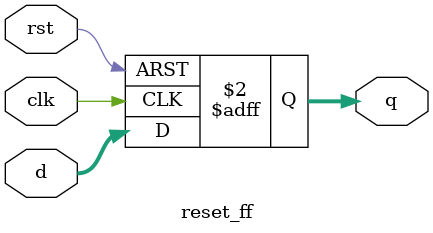
<source format=v>


module reset_ff #(parameter WIDTH = 8) (
    input       clk, rst,
    input       [WIDTH-1:0] d,
    output reg  [WIDTH-1:0] q
);

always @(posedge clk or posedge rst) begin
    if (rst) q <= 0;
    else     q <= d;
end

endmodule


</source>
